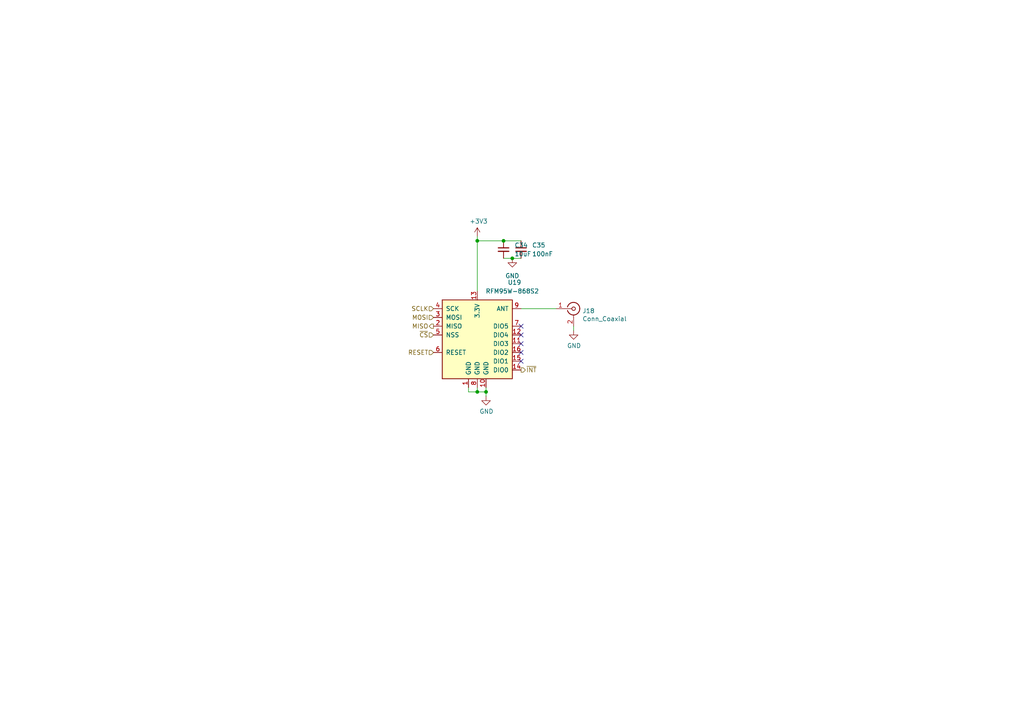
<source format=kicad_sch>
(kicad_sch (version 20211123) (generator eeschema)
  (paper "A4")
  (lib_symbols
    (symbol "Connector:Conn_Coaxial" (pin_names (offset 1.016) hide)
      (property "Reference" "J" (at 0.254 3.048 0))
      (property "Value" "Conn_Coaxial" (at 2.921 0 90))
      (symbol "Conn_Coaxial_0_1"
        (arc (start -1.778 -0.508) (mid 0.222 -1.808) (end 1.778 0) (stroke (width 0.254)))
        (polyline (pts (xy -2.54 0) (xy -0.508 0)))
        (polyline (pts (xy 0 -2.54) (xy 0 -1.778)))
        (circle (center 0 0) (radius 0.508) (stroke (width 0.2032)))
        (arc (start 1.778 0) (mid 0.222 1.8083) (end -1.778 0.508) (stroke (width 0.254)))
      )
      (symbol "Conn_Coaxial_1_1"
        (pin passive line (at -5.08 0 0) (length 2.54) (name "In") (number "1"))
        (pin passive line (at 0 -5.08 90) (length 2.54) (name "Ext") (number "2"))
      )
    )
    (symbol "Device:C_Small" (pin_numbers hide) (pin_names (offset 0.254) hide)
      (property "Reference" "C" (at 0.254 1.778 0))
      (property "Value" "C_Small" (at 0.254 -2.032 0))
      (symbol "C_Small_0_1"
        (polyline (pts (xy -1.524 -0.508) (xy 1.524 -0.508)) (stroke (width 0.3302)))
        (polyline (pts (xy -1.524 0.508) (xy 1.524 0.508)) (stroke (width 0.3048)))
      )
      (symbol "C_Small_1_1"
        (pin passive line (at 0 2.54 270) (length 2.032) (name "~") (number "1"))
        (pin passive line (at 0 -2.54 90) (length 2.032) (name "~") (number "2"))
      )
    )
    (symbol "RF_Module:RFM95W-868S2" (pin_names (offset 1.016))
      (property "Reference" "U" (at -10.414 11.684 0))
      (property "Value" "RFM95W-868S2" (at 1.524 11.43 0))
      (symbol "RFM95W-868S2_0_1"
        (rectangle (start -10.16 10.16) (end 10.16 -12.7) (stroke (width 0.254)) (fill (type background)))
      )
      (symbol "RFM95W-868S2_1_1"
        (pin power_in line (at -2.54 -15.24 90) (length 2.54) (name "GND") (number "1"))
        (pin power_in line (at 2.54 -15.24 90) (length 2.54) (name "GND") (number "10"))
        (pin bidirectional line (at 12.7 -2.54 180) (length 2.54) (name "DIO3") (number "11"))
        (pin bidirectional line (at 12.7 0 180) (length 2.54) (name "DIO4") (number "12"))
        (pin power_in line (at 0 12.7 270) (length 2.54) (name "3.3V") (number "13"))
        (pin bidirectional line (at 12.7 -10.16 180) (length 2.54) (name "DIO0") (number "14"))
        (pin bidirectional line (at 12.7 -7.62 180) (length 2.54) (name "DIO1") (number "15"))
        (pin bidirectional line (at 12.7 -5.08 180) (length 2.54) (name "DIO2") (number "16"))
        (pin output line (at -12.7 2.54 0) (length 2.54) (name "MISO") (number "2"))
        (pin input line (at -12.7 5.08 0) (length 2.54) (name "MOSI") (number "3"))
        (pin input line (at -12.7 7.62 0) (length 2.54) (name "SCK") (number "4"))
        (pin input line (at -12.7 0 0) (length 2.54) (name "NSS") (number "5"))
        (pin bidirectional line (at -12.7 -5.08 0) (length 2.54) (name "RESET") (number "6"))
        (pin bidirectional line (at 12.7 2.54 180) (length 2.54) (name "DIO5") (number "7"))
        (pin power_in line (at 0 -15.24 90) (length 2.54) (name "GND") (number "8"))
        (pin bidirectional line (at 12.7 7.62 180) (length 2.54) (name "ANT") (number "9"))
      )
    )
    (symbol "power:+3V3" (power) (pin_names (offset 0))
      (property "Value" "+3V3" (at 0 3.556 0))
      (symbol "+3V3_0_1"
        (polyline (pts (xy -0.762 1.27) (xy 0 2.54)))
        (polyline (pts (xy 0 0) (xy 0 2.54)))
        (polyline (pts (xy 0 2.54) (xy 0.762 1.27)))
      )
      (symbol "+3V3_1_1"
        (pin power_in line (at 0 0 90) (length 0) hide (name "+3V3") (number "1"))
      )
    )
    (symbol "power:GND" (power) (pin_names (offset 0))
      (property "Value" "GND" (at 0 -3.81 0))
      (symbol "GND_0_1"
        (polyline (pts (xy 0 0) (xy 0 -1.27) (xy 1.27 -1.27) (xy 0 -2.54) (xy -1.27 -1.27) (xy 0 -1.27)))
      )
      (symbol "GND_1_1"
        (pin power_in line (at 0 0 270) (length 0) hide (name "GND") (number "1"))
      )
    )
  )
  (junction (at 140.97 113.665))
  (junction (at 146.05 69.85))
  (junction (at 138.43 113.665))
  (junction (at 138.43 69.85))
  (junction (at 148.59 74.93))
  (no_connect (at 151.13 94.615))
  (no_connect (at 151.13 99.695))
  (no_connect (at 151.13 97.155))
  (no_connect (at 151.13 102.235))
  (no_connect (at 151.13 104.775))
  (wire (pts (xy 140.97 113.665) (xy 140.97 112.395)))
  (wire (pts (xy 138.43 69.85) (xy 146.05 69.85)))
  (wire (pts (xy 138.43 112.395) (xy 138.43 113.665)))
  (wire (pts (xy 166.37 95.885) (xy 166.37 94.615)))
  (wire (pts (xy 146.05 69.85) (xy 151.13 69.85)))
  (wire (pts (xy 135.89 112.395) (xy 135.89 113.665)))
  (wire (pts (xy 148.59 74.93) (xy 151.13 74.93)))
  (wire (pts (xy 138.43 68.58) (xy 138.43 69.85)))
  (wire (pts (xy 135.89 113.665) (xy 138.43 113.665)))
  (wire (pts (xy 138.43 69.85) (xy 138.43 84.455)))
  (wire (pts (xy 151.13 89.535) (xy 161.29 89.535)))
  (wire (pts (xy 140.97 114.935) (xy 140.97 113.665)))
  (wire (pts (xy 146.05 74.93) (xy 148.59 74.93)))
  (wire (pts (xy 138.43 113.665) (xy 140.97 113.665)))
  (hierarchical_label "~{INT}" (shape output) (at 151.13 107.315 0))
  (hierarchical_label "MOSI" (shape input) (at 125.73 92.075 180))
  (hierarchical_label "MISO" (shape output) (at 125.73 94.615 180))
  (hierarchical_label "RESET" (shape input) (at 125.73 102.235 180))
  (hierarchical_label "~{CS}" (shape input) (at 125.73 97.155 180))
  (hierarchical_label "SCLK" (shape input) (at 125.73 89.535 180))
  (symbol (lib_id "Device:C_Small") (at 146.05 72.39 0) (unit 1)
    (property "Reference" "C34" (at 149.225 71.1262 0) (effects (justify left)))
    (property "Value" "10uF" (at 149.225 73.6662 0) (effects (justify left)))
    (property "Footprint" "Capacitor_SMD:C_0603_1608Metric" (effects hide))
  )
  (symbol (lib_id "power:GND") (at 166.37 95.885 0) (unit 1)
    (property "Reference" "#PWR0124" (effects hide))
    (property "Value" "GND" (at 166.497 100.2792 0))
  )
  (symbol (lib_id "RF_Module:RFM95W-868S2") (at 138.43 97.155 0) (unit 1)
    (property "Reference" "U19" (at 149.225 81.915 0))
    (property "Value" "RFM95W-868S2" (at 148.59 84.455 0))
    (property "Footprint" "RF_Module:HOPERF_RFM9XW_SMD" (effects hide))
    (property "Datasheet" "https://www.hoperf.com/data/upload/portal/20181127/5bfcbea20e9ef.pdf" (effects hide))
  )
  (symbol (lib_id "Connector:Conn_Coaxial") (at 166.37 89.535 0) (unit 1)
    (property "Reference" "J18" (at 168.91 90.17 0) (effects (justify left)))
    (property "Value" "Conn_Coaxial" (at 168.91 92.4814 0) (effects (justify left)))
    (property "Footprint" "Connector_Coaxial:SMA_Molex_73251-1153_EdgeMount_Horizontal" (effects hide))
    (property "Datasheet" " ~" (effects hide))
  )
  (symbol (lib_id "Device:C_Small") (at 151.13 72.39 0) (unit 1)
    (property "Reference" "C35" (at 154.305 71.1262 0) (effects (justify left)))
    (property "Value" "100nF" (at 154.305 73.6662 0) (effects (justify left)))
    (property "Footprint" "Capacitor_SMD:C_0603_1608Metric" (effects hide))
  )
  (symbol (lib_id "power:GND") (at 148.59 74.93 0) (unit 1)
    (property "Reference" "#PWR0123" (effects hide))
    (property "Value" "GND" (at 148.59 80.01 0))
  )
  (symbol (lib_id "power:+3V3") (at 138.43 68.58 0) (unit 1)
    (property "Reference" "#PWR0121" (effects hide))
    (property "Value" "+3V3" (at 138.811 64.1858 0))
  )
  (symbol (lib_id "power:GND") (at 140.97 114.935 0) (unit 1)
    (property "Reference" "#PWR0122" (effects hide))
    (property "Value" "GND" (at 141.097 119.3292 0))
  )
)
</source>
